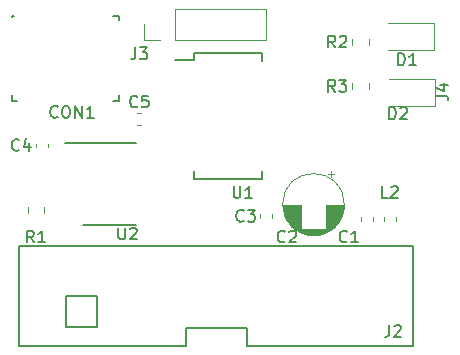
<source format=gto>
G04 #@! TF.GenerationSoftware,KiCad,Pcbnew,(5.0.0)*
G04 #@! TF.CreationDate,2019-03-22T21:06:18+01:00*
G04 #@! TF.ProjectId,converterboard,636F6E766572746572626F6172642E6B,rev?*
G04 #@! TF.SameCoordinates,Original*
G04 #@! TF.FileFunction,Legend,Top*
G04 #@! TF.FilePolarity,Positive*
%FSLAX46Y46*%
G04 Gerber Fmt 4.6, Leading zero omitted, Abs format (unit mm)*
G04 Created by KiCad (PCBNEW (5.0.0)) date 03/22/19 21:06:18*
%MOMM*%
%LPD*%
G01*
G04 APERTURE LIST*
%ADD10C,0.120000*%
%ADD11C,0.150000*%
G04 APERTURE END LIST*
D10*
G04 #@! TO.C,L2*
X188710000Y-117037221D02*
X188710000Y-117362779D01*
X187690000Y-117037221D02*
X187690000Y-117362779D01*
G04 #@! TO.C,J3*
X177700000Y-102080000D02*
X177700000Y-99420000D01*
X170020000Y-102080000D02*
X177700000Y-102080000D01*
X170020000Y-99420000D02*
X177700000Y-99420000D01*
X170020000Y-102080000D02*
X170020000Y-99420000D01*
X168750000Y-102080000D02*
X167420000Y-102080000D01*
X167420000Y-102080000D02*
X167420000Y-100750000D01*
D11*
G04 #@! TO.C,U2*
X162275000Y-117700000D02*
X166725000Y-117700000D01*
X160750000Y-110800000D02*
X166725000Y-110800000D01*
G04 #@! TO.C,J2*
X190200000Y-123750000D02*
X190200000Y-127950000D01*
X156800000Y-127950000D02*
X156800000Y-119550000D01*
X156800000Y-119550000D02*
X190200000Y-119550000D01*
X190200000Y-119550000D02*
X190200000Y-123750000D01*
X171000000Y-126450000D02*
X171000000Y-127950000D01*
X171000000Y-126450000D02*
X176100000Y-126450000D01*
X176100000Y-126450000D02*
X176100000Y-127950000D01*
X190200000Y-127950000D02*
X176100000Y-127950000D01*
X171000000Y-127950000D02*
X156800000Y-127950000D01*
X160800000Y-123750000D02*
X163400000Y-123750000D01*
X163400000Y-123750000D02*
X163400000Y-126350000D01*
X163400000Y-126350000D02*
X160800000Y-126350000D01*
X160800000Y-126350000D02*
X160800000Y-123750000D01*
D10*
G04 #@! TO.C,C5*
X166837221Y-109260000D02*
X167162779Y-109260000D01*
X166837221Y-108240000D02*
X167162779Y-108240000D01*
G04 #@! TO.C,C4*
X159260000Y-110837221D02*
X159260000Y-111162779D01*
X158240000Y-110837221D02*
X158240000Y-111162779D01*
G04 #@! TO.C,C3*
X177240000Y-116837221D02*
X177240000Y-117162779D01*
X178260000Y-116837221D02*
X178260000Y-117162779D01*
G04 #@! TO.C,C1*
X186760000Y-117087221D02*
X186760000Y-117412779D01*
X185740000Y-117087221D02*
X185740000Y-117412779D01*
G04 #@! TO.C,C2*
X184370000Y-116000000D02*
G75*
G03X184370000Y-116000000I-2620000J0D01*
G01*
X180710000Y-116000000D02*
X179170000Y-116000000D01*
X184330000Y-116000000D02*
X182790000Y-116000000D01*
X180710000Y-116040000D02*
X179170000Y-116040000D01*
X184330000Y-116040000D02*
X182790000Y-116040000D01*
X184329000Y-116080000D02*
X182790000Y-116080000D01*
X180710000Y-116080000D02*
X179171000Y-116080000D01*
X184328000Y-116120000D02*
X182790000Y-116120000D01*
X180710000Y-116120000D02*
X179172000Y-116120000D01*
X184326000Y-116160000D02*
X182790000Y-116160000D01*
X180710000Y-116160000D02*
X179174000Y-116160000D01*
X184323000Y-116200000D02*
X182790000Y-116200000D01*
X180710000Y-116200000D02*
X179177000Y-116200000D01*
X184319000Y-116240000D02*
X182790000Y-116240000D01*
X180710000Y-116240000D02*
X179181000Y-116240000D01*
X184315000Y-116280000D02*
X182790000Y-116280000D01*
X180710000Y-116280000D02*
X179185000Y-116280000D01*
X184311000Y-116320000D02*
X182790000Y-116320000D01*
X180710000Y-116320000D02*
X179189000Y-116320000D01*
X184306000Y-116360000D02*
X182790000Y-116360000D01*
X180710000Y-116360000D02*
X179194000Y-116360000D01*
X184300000Y-116400000D02*
X182790000Y-116400000D01*
X180710000Y-116400000D02*
X179200000Y-116400000D01*
X184293000Y-116440000D02*
X182790000Y-116440000D01*
X180710000Y-116440000D02*
X179207000Y-116440000D01*
X184286000Y-116480000D02*
X182790000Y-116480000D01*
X180710000Y-116480000D02*
X179214000Y-116480000D01*
X184278000Y-116520000D02*
X182790000Y-116520000D01*
X180710000Y-116520000D02*
X179222000Y-116520000D01*
X184270000Y-116560000D02*
X182790000Y-116560000D01*
X180710000Y-116560000D02*
X179230000Y-116560000D01*
X184261000Y-116600000D02*
X182790000Y-116600000D01*
X180710000Y-116600000D02*
X179239000Y-116600000D01*
X184251000Y-116640000D02*
X182790000Y-116640000D01*
X180710000Y-116640000D02*
X179249000Y-116640000D01*
X184241000Y-116680000D02*
X182790000Y-116680000D01*
X180710000Y-116680000D02*
X179259000Y-116680000D01*
X184230000Y-116721000D02*
X182790000Y-116721000D01*
X180710000Y-116721000D02*
X179270000Y-116721000D01*
X184218000Y-116761000D02*
X182790000Y-116761000D01*
X180710000Y-116761000D02*
X179282000Y-116761000D01*
X184205000Y-116801000D02*
X182790000Y-116801000D01*
X180710000Y-116801000D02*
X179295000Y-116801000D01*
X184192000Y-116841000D02*
X182790000Y-116841000D01*
X180710000Y-116841000D02*
X179308000Y-116841000D01*
X184178000Y-116881000D02*
X182790000Y-116881000D01*
X180710000Y-116881000D02*
X179322000Y-116881000D01*
X184164000Y-116921000D02*
X182790000Y-116921000D01*
X180710000Y-116921000D02*
X179336000Y-116921000D01*
X184148000Y-116961000D02*
X182790000Y-116961000D01*
X180710000Y-116961000D02*
X179352000Y-116961000D01*
X184132000Y-117001000D02*
X182790000Y-117001000D01*
X180710000Y-117001000D02*
X179368000Y-117001000D01*
X184115000Y-117041000D02*
X182790000Y-117041000D01*
X180710000Y-117041000D02*
X179385000Y-117041000D01*
X184098000Y-117081000D02*
X182790000Y-117081000D01*
X180710000Y-117081000D02*
X179402000Y-117081000D01*
X184079000Y-117121000D02*
X182790000Y-117121000D01*
X180710000Y-117121000D02*
X179421000Y-117121000D01*
X184060000Y-117161000D02*
X182790000Y-117161000D01*
X180710000Y-117161000D02*
X179440000Y-117161000D01*
X184040000Y-117201000D02*
X182790000Y-117201000D01*
X180710000Y-117201000D02*
X179460000Y-117201000D01*
X184018000Y-117241000D02*
X182790000Y-117241000D01*
X180710000Y-117241000D02*
X179482000Y-117241000D01*
X183997000Y-117281000D02*
X182790000Y-117281000D01*
X180710000Y-117281000D02*
X179503000Y-117281000D01*
X183974000Y-117321000D02*
X182790000Y-117321000D01*
X180710000Y-117321000D02*
X179526000Y-117321000D01*
X183950000Y-117361000D02*
X182790000Y-117361000D01*
X180710000Y-117361000D02*
X179550000Y-117361000D01*
X183925000Y-117401000D02*
X182790000Y-117401000D01*
X180710000Y-117401000D02*
X179575000Y-117401000D01*
X183899000Y-117441000D02*
X182790000Y-117441000D01*
X180710000Y-117441000D02*
X179601000Y-117441000D01*
X183872000Y-117481000D02*
X182790000Y-117481000D01*
X180710000Y-117481000D02*
X179628000Y-117481000D01*
X183845000Y-117521000D02*
X182790000Y-117521000D01*
X180710000Y-117521000D02*
X179655000Y-117521000D01*
X183815000Y-117561000D02*
X182790000Y-117561000D01*
X180710000Y-117561000D02*
X179685000Y-117561000D01*
X183785000Y-117601000D02*
X182790000Y-117601000D01*
X180710000Y-117601000D02*
X179715000Y-117601000D01*
X183754000Y-117641000D02*
X182790000Y-117641000D01*
X180710000Y-117641000D02*
X179746000Y-117641000D01*
X183721000Y-117681000D02*
X182790000Y-117681000D01*
X180710000Y-117681000D02*
X179779000Y-117681000D01*
X183687000Y-117721000D02*
X182790000Y-117721000D01*
X180710000Y-117721000D02*
X179813000Y-117721000D01*
X183651000Y-117761000D02*
X182790000Y-117761000D01*
X180710000Y-117761000D02*
X179849000Y-117761000D01*
X183614000Y-117801000D02*
X182790000Y-117801000D01*
X180710000Y-117801000D02*
X179886000Y-117801000D01*
X183576000Y-117841000D02*
X182790000Y-117841000D01*
X180710000Y-117841000D02*
X179924000Y-117841000D01*
X183535000Y-117881000D02*
X182790000Y-117881000D01*
X180710000Y-117881000D02*
X179965000Y-117881000D01*
X183493000Y-117921000D02*
X182790000Y-117921000D01*
X180710000Y-117921000D02*
X180007000Y-117921000D01*
X183449000Y-117961000D02*
X182790000Y-117961000D01*
X180710000Y-117961000D02*
X180051000Y-117961000D01*
X183403000Y-118001000D02*
X182790000Y-118001000D01*
X180710000Y-118001000D02*
X180097000Y-118001000D01*
X183355000Y-118041000D02*
X180145000Y-118041000D01*
X183304000Y-118081000D02*
X180196000Y-118081000D01*
X183250000Y-118121000D02*
X180250000Y-118121000D01*
X183193000Y-118161000D02*
X180307000Y-118161000D01*
X183133000Y-118201000D02*
X180367000Y-118201000D01*
X183069000Y-118241000D02*
X180431000Y-118241000D01*
X183001000Y-118281000D02*
X180499000Y-118281000D01*
X182928000Y-118321000D02*
X180572000Y-118321000D01*
X182848000Y-118361000D02*
X180652000Y-118361000D01*
X182761000Y-118401000D02*
X180739000Y-118401000D01*
X182665000Y-118441000D02*
X180835000Y-118441000D01*
X182555000Y-118481000D02*
X180945000Y-118481000D01*
X182427000Y-118521000D02*
X181073000Y-118521000D01*
X182268000Y-118561000D02*
X181232000Y-118561000D01*
X182034000Y-118601000D02*
X181466000Y-118601000D01*
X183225000Y-113195225D02*
X183225000Y-113695225D01*
X183475000Y-113445225D02*
X182975000Y-113445225D01*
G04 #@! TO.C,D2*
X192035000Y-105365000D02*
X188150000Y-105365000D01*
X192035000Y-107635000D02*
X192035000Y-105365000D01*
X188150000Y-107635000D02*
X192035000Y-107635000D01*
G04 #@! TO.C,D1*
X188050000Y-102885000D02*
X191935000Y-102885000D01*
X191935000Y-102885000D02*
X191935000Y-100615000D01*
X191935000Y-100615000D02*
X188050000Y-100615000D01*
D11*
G04 #@! TO.C,CON1*
X165250000Y-107201800D02*
X165250000Y-106770000D01*
X164814000Y-107201800D02*
X165250000Y-107201800D01*
X165250000Y-100000000D02*
X165250000Y-100420000D01*
X164814000Y-100000000D02*
X165250000Y-100000000D01*
X156254200Y-100013600D02*
X156254200Y-100166000D01*
X156432000Y-100000000D02*
X156250000Y-100000000D01*
X156254200Y-107201800D02*
X156254200Y-106770000D01*
X156686000Y-107201800D02*
X156254200Y-107201800D01*
G04 #@! TO.C,U1*
X171625000Y-103175000D02*
X171625000Y-103750000D01*
X177375000Y-103175000D02*
X177375000Y-103825000D01*
X177375000Y-113825000D02*
X177375000Y-113175000D01*
X171625000Y-113825000D02*
X171625000Y-113175000D01*
X171625000Y-103175000D02*
X177375000Y-103175000D01*
X171625000Y-113825000D02*
X177375000Y-113825000D01*
X171625000Y-103750000D02*
X170025000Y-103750000D01*
D10*
G04 #@! TO.C,R3*
X186460000Y-105741422D02*
X186460000Y-106258578D01*
X185040000Y-105741422D02*
X185040000Y-106258578D01*
G04 #@! TO.C,R2*
X186460000Y-102508578D02*
X186460000Y-101991422D01*
X185040000Y-102508578D02*
X185040000Y-101991422D01*
G04 #@! TO.C,R1*
X157540000Y-116696078D02*
X157540000Y-116178922D01*
X158960000Y-116696078D02*
X158960000Y-116178922D01*
G04 #@! TO.C,J4*
D11*
X192152380Y-106783333D02*
X192866666Y-106783333D01*
X193009523Y-106830952D01*
X193104761Y-106926190D01*
X193152380Y-107069047D01*
X193152380Y-107164285D01*
X192485714Y-105878571D02*
X193152380Y-105878571D01*
X192104761Y-106116666D02*
X192819047Y-106354761D01*
X192819047Y-105735714D01*
G04 #@! TO.C,L2*
X188033333Y-115452380D02*
X187557142Y-115452380D01*
X187557142Y-114452380D01*
X188319047Y-114547619D02*
X188366666Y-114500000D01*
X188461904Y-114452380D01*
X188700000Y-114452380D01*
X188795238Y-114500000D01*
X188842857Y-114547619D01*
X188890476Y-114642857D01*
X188890476Y-114738095D01*
X188842857Y-114880952D01*
X188271428Y-115452380D01*
X188890476Y-115452380D01*
G04 #@! TO.C,J3*
X166666666Y-102702380D02*
X166666666Y-103416666D01*
X166619047Y-103559523D01*
X166523809Y-103654761D01*
X166380952Y-103702380D01*
X166285714Y-103702380D01*
X167047619Y-102702380D02*
X167666666Y-102702380D01*
X167333333Y-103083333D01*
X167476190Y-103083333D01*
X167571428Y-103130952D01*
X167619047Y-103178571D01*
X167666666Y-103273809D01*
X167666666Y-103511904D01*
X167619047Y-103607142D01*
X167571428Y-103654761D01*
X167476190Y-103702380D01*
X167190476Y-103702380D01*
X167095238Y-103654761D01*
X167047619Y-103607142D01*
G04 #@! TO.C,U2*
X165238095Y-117952380D02*
X165238095Y-118761904D01*
X165285714Y-118857142D01*
X165333333Y-118904761D01*
X165428571Y-118952380D01*
X165619047Y-118952380D01*
X165714285Y-118904761D01*
X165761904Y-118857142D01*
X165809523Y-118761904D01*
X165809523Y-117952380D01*
X166238095Y-118047619D02*
X166285714Y-118000000D01*
X166380952Y-117952380D01*
X166619047Y-117952380D01*
X166714285Y-118000000D01*
X166761904Y-118047619D01*
X166809523Y-118142857D01*
X166809523Y-118238095D01*
X166761904Y-118380952D01*
X166190476Y-118952380D01*
X166809523Y-118952380D01*
G04 #@! TO.C,J2*
X188166666Y-126202380D02*
X188166666Y-126916666D01*
X188119047Y-127059523D01*
X188023809Y-127154761D01*
X187880952Y-127202380D01*
X187785714Y-127202380D01*
X188595238Y-126297619D02*
X188642857Y-126250000D01*
X188738095Y-126202380D01*
X188976190Y-126202380D01*
X189071428Y-126250000D01*
X189119047Y-126297619D01*
X189166666Y-126392857D01*
X189166666Y-126488095D01*
X189119047Y-126630952D01*
X188547619Y-127202380D01*
X189166666Y-127202380D01*
G04 #@! TO.C,C5*
X166833333Y-107677142D02*
X166785714Y-107724761D01*
X166642857Y-107772380D01*
X166547619Y-107772380D01*
X166404761Y-107724761D01*
X166309523Y-107629523D01*
X166261904Y-107534285D01*
X166214285Y-107343809D01*
X166214285Y-107200952D01*
X166261904Y-107010476D01*
X166309523Y-106915238D01*
X166404761Y-106820000D01*
X166547619Y-106772380D01*
X166642857Y-106772380D01*
X166785714Y-106820000D01*
X166833333Y-106867619D01*
X167738095Y-106772380D02*
X167261904Y-106772380D01*
X167214285Y-107248571D01*
X167261904Y-107200952D01*
X167357142Y-107153333D01*
X167595238Y-107153333D01*
X167690476Y-107200952D01*
X167738095Y-107248571D01*
X167785714Y-107343809D01*
X167785714Y-107581904D01*
X167738095Y-107677142D01*
X167690476Y-107724761D01*
X167595238Y-107772380D01*
X167357142Y-107772380D01*
X167261904Y-107724761D01*
X167214285Y-107677142D01*
G04 #@! TO.C,C4*
X156833333Y-111357142D02*
X156785714Y-111404761D01*
X156642857Y-111452380D01*
X156547619Y-111452380D01*
X156404761Y-111404761D01*
X156309523Y-111309523D01*
X156261904Y-111214285D01*
X156214285Y-111023809D01*
X156214285Y-110880952D01*
X156261904Y-110690476D01*
X156309523Y-110595238D01*
X156404761Y-110500000D01*
X156547619Y-110452380D01*
X156642857Y-110452380D01*
X156785714Y-110500000D01*
X156833333Y-110547619D01*
X157690476Y-110785714D02*
X157690476Y-111452380D01*
X157452380Y-110404761D02*
X157214285Y-111119047D01*
X157833333Y-111119047D01*
G04 #@! TO.C,C3*
X175833333Y-117357142D02*
X175785714Y-117404761D01*
X175642857Y-117452380D01*
X175547619Y-117452380D01*
X175404761Y-117404761D01*
X175309523Y-117309523D01*
X175261904Y-117214285D01*
X175214285Y-117023809D01*
X175214285Y-116880952D01*
X175261904Y-116690476D01*
X175309523Y-116595238D01*
X175404761Y-116500000D01*
X175547619Y-116452380D01*
X175642857Y-116452380D01*
X175785714Y-116500000D01*
X175833333Y-116547619D01*
X176166666Y-116452380D02*
X176785714Y-116452380D01*
X176452380Y-116833333D01*
X176595238Y-116833333D01*
X176690476Y-116880952D01*
X176738095Y-116928571D01*
X176785714Y-117023809D01*
X176785714Y-117261904D01*
X176738095Y-117357142D01*
X176690476Y-117404761D01*
X176595238Y-117452380D01*
X176309523Y-117452380D01*
X176214285Y-117404761D01*
X176166666Y-117357142D01*
G04 #@! TO.C,C1*
X184583333Y-119107142D02*
X184535714Y-119154761D01*
X184392857Y-119202380D01*
X184297619Y-119202380D01*
X184154761Y-119154761D01*
X184059523Y-119059523D01*
X184011904Y-118964285D01*
X183964285Y-118773809D01*
X183964285Y-118630952D01*
X184011904Y-118440476D01*
X184059523Y-118345238D01*
X184154761Y-118250000D01*
X184297619Y-118202380D01*
X184392857Y-118202380D01*
X184535714Y-118250000D01*
X184583333Y-118297619D01*
X185535714Y-119202380D02*
X184964285Y-119202380D01*
X185250000Y-119202380D02*
X185250000Y-118202380D01*
X185154761Y-118345238D01*
X185059523Y-118440476D01*
X184964285Y-118488095D01*
G04 #@! TO.C,C2*
X179333333Y-119107142D02*
X179285714Y-119154761D01*
X179142857Y-119202380D01*
X179047619Y-119202380D01*
X178904761Y-119154761D01*
X178809523Y-119059523D01*
X178761904Y-118964285D01*
X178714285Y-118773809D01*
X178714285Y-118630952D01*
X178761904Y-118440476D01*
X178809523Y-118345238D01*
X178904761Y-118250000D01*
X179047619Y-118202380D01*
X179142857Y-118202380D01*
X179285714Y-118250000D01*
X179333333Y-118297619D01*
X179714285Y-118297619D02*
X179761904Y-118250000D01*
X179857142Y-118202380D01*
X180095238Y-118202380D01*
X180190476Y-118250000D01*
X180238095Y-118297619D01*
X180285714Y-118392857D01*
X180285714Y-118488095D01*
X180238095Y-118630952D01*
X179666666Y-119202380D01*
X180285714Y-119202380D01*
G04 #@! TO.C,D2*
X188161904Y-108772380D02*
X188161904Y-107772380D01*
X188400000Y-107772380D01*
X188542857Y-107820000D01*
X188638095Y-107915238D01*
X188685714Y-108010476D01*
X188733333Y-108200952D01*
X188733333Y-108343809D01*
X188685714Y-108534285D01*
X188638095Y-108629523D01*
X188542857Y-108724761D01*
X188400000Y-108772380D01*
X188161904Y-108772380D01*
X189114285Y-107867619D02*
X189161904Y-107820000D01*
X189257142Y-107772380D01*
X189495238Y-107772380D01*
X189590476Y-107820000D01*
X189638095Y-107867619D01*
X189685714Y-107962857D01*
X189685714Y-108058095D01*
X189638095Y-108200952D01*
X189066666Y-108772380D01*
X189685714Y-108772380D01*
G04 #@! TO.C,D1*
X188911904Y-104202380D02*
X188911904Y-103202380D01*
X189150000Y-103202380D01*
X189292857Y-103250000D01*
X189388095Y-103345238D01*
X189435714Y-103440476D01*
X189483333Y-103630952D01*
X189483333Y-103773809D01*
X189435714Y-103964285D01*
X189388095Y-104059523D01*
X189292857Y-104154761D01*
X189150000Y-104202380D01*
X188911904Y-104202380D01*
X190435714Y-104202380D02*
X189864285Y-104202380D01*
X190150000Y-104202380D02*
X190150000Y-103202380D01*
X190054761Y-103345238D01*
X189959523Y-103440476D01*
X189864285Y-103488095D01*
G04 #@! TO.C,CON1*
X160094514Y-108549542D02*
X160046895Y-108597161D01*
X159904038Y-108644780D01*
X159808800Y-108644780D01*
X159665942Y-108597161D01*
X159570704Y-108501923D01*
X159523085Y-108406685D01*
X159475466Y-108216209D01*
X159475466Y-108073352D01*
X159523085Y-107882876D01*
X159570704Y-107787638D01*
X159665942Y-107692400D01*
X159808800Y-107644780D01*
X159904038Y-107644780D01*
X160046895Y-107692400D01*
X160094514Y-107740019D01*
X160713561Y-107644780D02*
X160904038Y-107644780D01*
X160999276Y-107692400D01*
X161094514Y-107787638D01*
X161142133Y-107978114D01*
X161142133Y-108311447D01*
X161094514Y-108501923D01*
X160999276Y-108597161D01*
X160904038Y-108644780D01*
X160713561Y-108644780D01*
X160618323Y-108597161D01*
X160523085Y-108501923D01*
X160475466Y-108311447D01*
X160475466Y-107978114D01*
X160523085Y-107787638D01*
X160618323Y-107692400D01*
X160713561Y-107644780D01*
X161570704Y-108644780D02*
X161570704Y-107644780D01*
X162142133Y-108644780D01*
X162142133Y-107644780D01*
X163142133Y-108644780D02*
X162570704Y-108644780D01*
X162856419Y-108644780D02*
X162856419Y-107644780D01*
X162761180Y-107787638D01*
X162665942Y-107882876D01*
X162570704Y-107930495D01*
G04 #@! TO.C,U1*
X174988095Y-114452380D02*
X174988095Y-115261904D01*
X175035714Y-115357142D01*
X175083333Y-115404761D01*
X175178571Y-115452380D01*
X175369047Y-115452380D01*
X175464285Y-115404761D01*
X175511904Y-115357142D01*
X175559523Y-115261904D01*
X175559523Y-114452380D01*
X176559523Y-115452380D02*
X175988095Y-115452380D01*
X176273809Y-115452380D02*
X176273809Y-114452380D01*
X176178571Y-114595238D01*
X176083333Y-114690476D01*
X175988095Y-114738095D01*
G04 #@! TO.C,R3*
X183583333Y-106452380D02*
X183250000Y-105976190D01*
X183011904Y-106452380D02*
X183011904Y-105452380D01*
X183392857Y-105452380D01*
X183488095Y-105500000D01*
X183535714Y-105547619D01*
X183583333Y-105642857D01*
X183583333Y-105785714D01*
X183535714Y-105880952D01*
X183488095Y-105928571D01*
X183392857Y-105976190D01*
X183011904Y-105976190D01*
X183916666Y-105452380D02*
X184535714Y-105452380D01*
X184202380Y-105833333D01*
X184345238Y-105833333D01*
X184440476Y-105880952D01*
X184488095Y-105928571D01*
X184535714Y-106023809D01*
X184535714Y-106261904D01*
X184488095Y-106357142D01*
X184440476Y-106404761D01*
X184345238Y-106452380D01*
X184059523Y-106452380D01*
X183964285Y-106404761D01*
X183916666Y-106357142D01*
G04 #@! TO.C,R2*
X183583333Y-102702380D02*
X183250000Y-102226190D01*
X183011904Y-102702380D02*
X183011904Y-101702380D01*
X183392857Y-101702380D01*
X183488095Y-101750000D01*
X183535714Y-101797619D01*
X183583333Y-101892857D01*
X183583333Y-102035714D01*
X183535714Y-102130952D01*
X183488095Y-102178571D01*
X183392857Y-102226190D01*
X183011904Y-102226190D01*
X183964285Y-101797619D02*
X184011904Y-101750000D01*
X184107142Y-101702380D01*
X184345238Y-101702380D01*
X184440476Y-101750000D01*
X184488095Y-101797619D01*
X184535714Y-101892857D01*
X184535714Y-101988095D01*
X184488095Y-102130952D01*
X183916666Y-102702380D01*
X184535714Y-102702380D01*
G04 #@! TO.C,R1*
X158083333Y-119202380D02*
X157750000Y-118726190D01*
X157511904Y-119202380D02*
X157511904Y-118202380D01*
X157892857Y-118202380D01*
X157988095Y-118250000D01*
X158035714Y-118297619D01*
X158083333Y-118392857D01*
X158083333Y-118535714D01*
X158035714Y-118630952D01*
X157988095Y-118678571D01*
X157892857Y-118726190D01*
X157511904Y-118726190D01*
X159035714Y-119202380D02*
X158464285Y-119202380D01*
X158750000Y-119202380D02*
X158750000Y-118202380D01*
X158654761Y-118345238D01*
X158559523Y-118440476D01*
X158464285Y-118488095D01*
G04 #@! TD*
M02*

</source>
